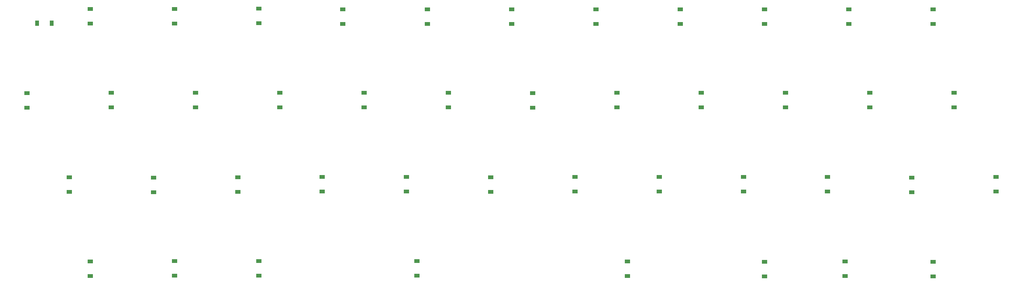
<source format=gbr>
G04 #@! TF.GenerationSoftware,KiCad,Pcbnew,(5.1.9-0-10_14)*
G04 #@! TF.CreationDate,2021-07-01T09:13:36-05:00*
G04 #@! TF.ProjectId,keyboard,6b657962-6f61-4726-942e-6b696361645f,rev?*
G04 #@! TF.SameCoordinates,Original*
G04 #@! TF.FileFunction,Paste,Bot*
G04 #@! TF.FilePolarity,Positive*
%FSLAX46Y46*%
G04 Gerber Fmt 4.6, Leading zero omitted, Abs format (unit mm)*
G04 Created by KiCad (PCBNEW (5.1.9-0-10_14)) date 2021-07-01 09:13:36*
%MOMM*%
%LPD*%
G01*
G04 APERTURE LIST*
%ADD10R,1.200000X0.900000*%
%ADD11R,0.900000X1.200000*%
G04 APERTURE END LIST*
D10*
X75401500Y-62827500D03*
X75401500Y-59527500D03*
X156358900Y-24729900D03*
X156358900Y-21429900D03*
X94450300Y-62764900D03*
X94450300Y-59464900D03*
X80163700Y-81751100D03*
X80163700Y-78451100D03*
X80163700Y-24667300D03*
X80163700Y-21367300D03*
X132547900Y-62702300D03*
X132547900Y-59402300D03*
X175407700Y-24729900D03*
X175407700Y-21429900D03*
D11*
X49084200Y-24604700D03*
X52384200Y-24604700D03*
D10*
X137310100Y-24729900D03*
X137310100Y-21429900D03*
X134929000Y-81751100D03*
X134929000Y-78451100D03*
X251602900Y-81876300D03*
X251602900Y-78576300D03*
X182551000Y-81813700D03*
X182551000Y-78513700D03*
X246840700Y-62827500D03*
X246840700Y-59527500D03*
X56352700Y-62764900D03*
X56352700Y-59464900D03*
X237316300Y-43653500D03*
X237316300Y-40353500D03*
X84925900Y-43653500D03*
X84925900Y-40353500D03*
X118198700Y-24729900D03*
X118198700Y-21429900D03*
X256365100Y-43653500D03*
X256365100Y-40353500D03*
X61114900Y-24667300D03*
X61114900Y-21367300D03*
X232554100Y-24729900D03*
X232554100Y-21429900D03*
X213505300Y-24729900D03*
X213505300Y-21429900D03*
X170645500Y-62702300D03*
X170645500Y-59402300D03*
X213505300Y-81876300D03*
X213505300Y-78576300D03*
X189694300Y-62702300D03*
X189694300Y-59402300D03*
X218267500Y-43653500D03*
X218267500Y-40353500D03*
X199218700Y-43653500D03*
X199218700Y-40353500D03*
X180169900Y-43653500D03*
X180169900Y-40353500D03*
X194456500Y-24729900D03*
X194456500Y-21429900D03*
X161121100Y-43716100D03*
X161121100Y-40416100D03*
X142072300Y-43653500D03*
X142072300Y-40353500D03*
X123023500Y-43653500D03*
X123023500Y-40353500D03*
X231760400Y-81813700D03*
X231760400Y-78513700D03*
X99212500Y-24604700D03*
X99212500Y-21304700D03*
X227791900Y-62702300D03*
X227791900Y-59402300D03*
X103974700Y-43653500D03*
X103974700Y-40353500D03*
X46828300Y-43716100D03*
X46828300Y-40416100D03*
X61114900Y-81813700D03*
X61114900Y-78513700D03*
X208743100Y-62702300D03*
X208743100Y-59402300D03*
X113499100Y-62702300D03*
X113499100Y-59402300D03*
X251602900Y-24729900D03*
X251602900Y-21429900D03*
X151596700Y-62764900D03*
X151596700Y-59464900D03*
X99212500Y-81751100D03*
X99212500Y-78451100D03*
X65877100Y-43653500D03*
X65877100Y-40353500D03*
X265889500Y-62702300D03*
X265889500Y-59402300D03*
M02*

</source>
